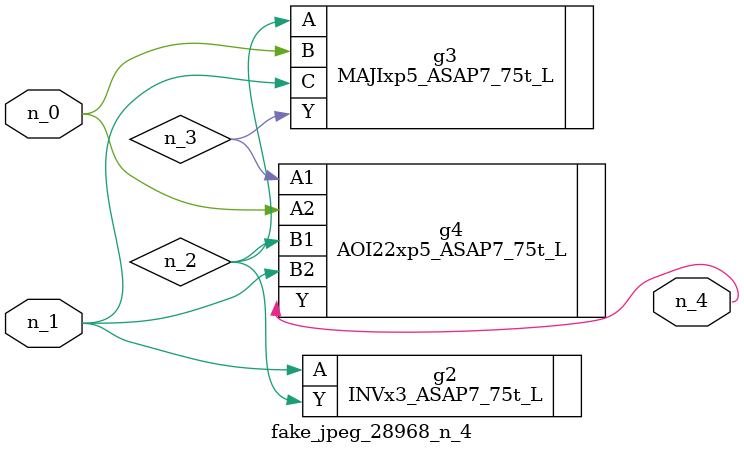
<source format=v>
module fake_jpeg_28968_n_4 (n_0, n_1, n_4);

input n_0;
input n_1;

output n_4;

wire n_3;
wire n_2;

INVx3_ASAP7_75t_L g2 ( 
.A(n_1),
.Y(n_2)
);

MAJIxp5_ASAP7_75t_L g3 ( 
.A(n_2),
.B(n_0),
.C(n_1),
.Y(n_3)
);

AOI22xp5_ASAP7_75t_L g4 ( 
.A1(n_3),
.A2(n_0),
.B1(n_2),
.B2(n_1),
.Y(n_4)
);


endmodule
</source>
